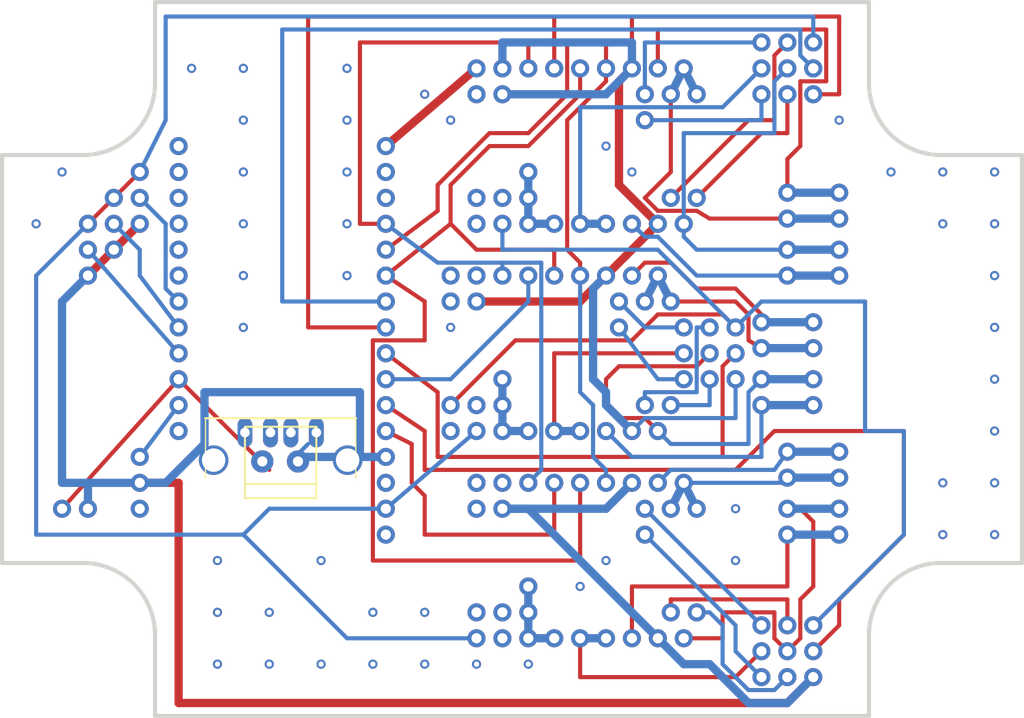
<source format=kicad_pcb>
(kicad_pcb (version 20220621) (generator pcbnew)
  (layers (0 "F.Cu" signal) (1 "In1.Cu" signal) (2 "In2.Cu" signal) (3 "In3.Cu" signal) (4 "In4.Cu" signal) (5 "In5.Cu" signal) (6 "In6.Cu" signal) (7 "In7.Cu" signal) (8 "In8.Cu" signal) (9 "In9.Cu" signal) (10 "In10.Cu" signal) (11 "In11.Cu" signal) (12 "In12.Cu" signal) (13 "In13.Cu" signal) (14 "In14.Cu" signal) (31 "B.Cu" signal) (34 "B.Paste" user) (35 "F.Paste" user) (36 "B.SilkS" user "B.Silkscreen") (37 "F.SilkS" user "F.Silkscreen") (38 "B.Mask" user) (39 "F.Mask" user) (44 "Edge.Cuts" user))
  (net 0 "")
  (net 1 "NC10")
  (net 2 "S$36")
  (net 3 "NC1")
  (net 4 "NC6")
  (net 5 "NC5")
  (net 6 "NC2")
  (net 7 "NC3")
  (net 8 "NC4")
  (net 9 "-FORCE_2")
  (net 10 "+FORCE_2")
  (net 11 "-RTD_3")
  (net 12 "-FORCE_3")
  (net 13 "+FORCE_3")
  (net 14 "+R_REF_3")
  (net 15 "S$7")
  (net 16 "-R_REF_3")
  (net 17 "+R_REF_2")
  (net 18 "-RTD_2")
  (net 19 "-FORCE_1")
  (net 20 "-RTD_1")
  (net 21 "+R_REF_1")
  (net 22 "+FORCE_1")
  (net 23 "SWITCH_ON")
  (net 24 "NC7")
  (net 25 "SWITCH_OFF")
  (net 26 "+5V_USB")
  (net 27 "SELECT_4W_1")
  (net 28 "S$6")
  (net 29 "SELECT_4W_2")
  (net 30 "S$9")
  (net 31 "SELECT_4W_3")
  (net 32 "NC8")
  (net 33 "SELECT_R_REF_1")
  (net 34 "+3.3V")
  (net 35 "SELECT_R_REF_3")
  (net 36 "S$17")
  (net 37 "R_REF_100_3")
  (net 38 "C_1000_3")
  (net 39 "C_100_3")
  (net 40 "+RTD_3")
  (net 41 "SELECT_R_REF_2")
  (net 42 "C_100_2")
  (net 43 "R_REF_100_2")
  (net 44 "-R_REF_2")
  (net 45 "R_REF_1000_2")
  (net 46 "C_1000_2")
  (net 47 "S$26")
  (net 48 "R_REF_1000_1")
  (net 49 "-R_REF_1")
  (net 50 "R_REF_100_1")
  (net 51 "C_100_1")
  (net 52 "C_1000_1")
  (net 53 "+RTD_1")
  (net 54 "NC9")
  (net 55 "S$3")
  (net 56 "+RTD_2")
  (net 57 "MOSI")
  (net 58 "GND")
  (net 59 "R_REF_1000_3")
  (net 60 "S$38")
  (net 61 "CS_3")
  (net 62 "SCLK")
  (footprint "" (layer "F.Cu") (at 183.1211 116.6356)
    (fp_text reference "@HOLE11" hide)
    (fp_text value "")
  )
  (footprint "" (layer "F.Cu") (at 180.5811 109.5236)
    (fp_text reference "@HOLE9" hide)
    (fp_text value "")
  )
  (footprint "" (layer "F.Cu") (at 180.5811 101.3956)
    (fp_text reference "@HOLE6" hide)
    (fp_text value "")
  )
  (footprint "" (layer "F.Cu") (at 183.1211 91.2356)
    (fp_text reference "@HOLE3" hide)
    (fp_text value "")
  )
  (footprint "TERMBLOCK_1X2-3.5MM" (layer "F.Cu") (at 125.7171 115.0456)
    (fp_text reference "X1" hide)
    (fp_text value "")
  )
  (footprint "" (layer "F.Cu") (at 183.1211 88.6956)
    (fp_text reference "@HOLE2" hide)
    (fp_text value "")
  )
  (footprint "USB_HOST-PTH" (layer "F.Cu") (at 125.8151 118.7286)
    (fp_text reference "CN1" hide)
    (fp_text value "USBA_FEMALE")
  )
  (footprint "" (layer "F.Cu") (at 188.5011 105.0036)
    (fp_text reference "@HOLE1" hide)
    (fp_text value "")
  )
  (footprint "" (layer "F.Cu") (at 183.1211 119.6836)
    (fp_text reference "@HOLE12" hide)
    (fp_text value "")
  )
  (footprint "" (layer "F.Cu") (at 183.1211 94.2836)
    (fp_text reference "@HOLE4" hide)
    (fp_text value "")
  )
  (footprint "" (layer "F.Cu") (at 183.1211 114.0956)
    (fp_text reference "@HOLE10" hide)
    (fp_text value "")
  )
  (footprint "" (layer "F.Cu") (at 180.5811 103.9356)
    (fp_text reference "@HOLE7" hide)
    (fp_text value "")
  )
  (footprint "" (layer "F.Cu") (at 180.5811 106.9836)
    (fp_text reference "@HOLE8" hide)
    (fp_text value "")
  )
  (footprint "" (layer "F.Cu") (at 183.1211 96.8236)
    (fp_text reference "@HOLE5" hide)
    (fp_text value "")
  )
  (footprint "" (layer "F.Cu") (at 108.5011 105.0036)
    (fp_text reference "@HOLE0" hide)
    (fp_text value "")
  )
  (footprint "" (layer "F.Cu") (at 183.1211 122.2236)
    (fp_text reference "@HOLE13" hide)
    (fp_text value "")
  )
  (gr_arc (start 113.501099 77.932535) (mid 111.430032 82.932533) (end 106.430034 85.0036) (stroke (width 0.4064)) (layer "Edge.Cuts"))
  (gr_line (start 198.5011 125.0036) (end 190.572165 125.0036) (stroke (width 0.4064)) (layer "Edge.Cuts"))
  (gr_arc (start 190.572163 85.0036) (mid 185.572166 82.932533) (end 183.5011 77.932535) (stroke (width 0.4064)) (layer "Edge.Cuts"))
  (gr_line (start 190.572165 85.0036) (end 198.5011 85.0036) (stroke (width 0.4064)) (layer "Edge.Cuts"))
  (gr_arc (start 106.430034 125.0036) (mid 111.430033 127.074667) (end 113.5011 132.074666) (stroke (width 0.4064)) (layer "Edge.Cuts"))
  (gr_line (start 183.5011 132.074666) (end 183.5011 140.0036) (stroke (width 0.4064)) (layer "Edge.Cuts"))
  (gr_arc (start 183.501099 132.074666) (mid 185.572166 127.074667) (end 190.572165 125.0036) (stroke (width 0.4064)) (layer "Edge.Cuts"))
  (gr_line (start 98.5011 125.0036) (end 98.5011 85.0036) (stroke (width 0.4064)) (layer "Edge.Cuts"))
  (gr_line (start 113.5011 70.0036) (end 183.5011 70.0036) (stroke (width 0.4064)) (layer "Edge.Cuts"))
  (gr_line (start 113.5011 140.0036) (end 113.5011 132.074666) (stroke (width 0.4064)) (layer "Edge.Cuts"))
  (gr_line (start 198.5011 125.0036) (end 198.5011 85.0036) (stroke (width 0.4064)) (layer "Edge.Cuts"))
  (gr_line (start 98.5011 85.0036) (end 106.430034 85.0036) (stroke (width 0.4064)) (layer "Edge.Cuts"))
  (gr_line (start 183.5011 140.0036) (end 113.5011 140.0036) (stroke (width 0.4064)) (layer "Edge.Cuts"))
  (gr_line (start 183.5011 70.0036) (end 183.5011 77.932535) (stroke (width 0.4064)) (layer "Edge.Cuts"))
  (gr_line (start 106.430034 125.0036) (end 98.5011 125.0036) (stroke (width 0.4064)) (layer "Edge.Cuts"))
  (gr_line (start 113.5011 77.932535) (end 113.5011 70.0036) (stroke (width 0.4064)) (layer "Edge.Cuts"))
  (via (at 136.1311 89.2036) (size 1.778) (drill 1) (layers "F.Cu" "B.Cu") (net 1))
  (via (at 136.1311 86.6636) (size 1.778) (drill 1) (layers "F.Cu" "B.Cu") (net 2))
  (via (at 115.8111 96.8236) (size 1.778) (drill 1) (layers "F.Cu" "B.Cu") (net 3))
  (via (at 115.8111 84.1236) (size 1.778) (drill 1) (layers "F.Cu" "B.Cu") (net 4))
  (via (at 115.8111 86.6636) (size 1.778) (drill 1) (layers "F.Cu" "B.Cu") (net 5))
  (via (at 115.8111 94.2836) (size 1.778) (drill 1) (layers "F.Cu" "B.Cu") (net 6))
  (via (at 115.8111 91.7436) (size 1.778) (drill 1) (layers "F.Cu" "B.Cu") (net 7))
  (via (at 115.8111 89.2036) (size 1.778) (drill 1) (layers "F.Cu" "B.Cu") (net 8))
  (segment (start 172.9611 100.6336) (end 172.9611 101.3956) (width 0.4064) (layer "F.Cu") (net 9))
  (segment (start 166.6111 98.0936) (end 170.4211 98.0936) (width 0.4064) (layer "F.Cu") (net 9))
  (segment (start 161.5311 95.5536) (end 164.0711 95.5536) (width 0.4064) (layer "F.Cu") (net 9))
  (segment (start 170.4211 98.0936) (end 172.9611 100.6336) (width 0.4064) (layer "F.Cu") (net 9))
  (segment (start 160.2611 96.8236) (end 161.5311 95.5536) (width 0.4064) (layer "F.Cu") (net 9))
  (segment (start 164.0711 95.5536) (end 166.6111 98.0936) (width 0.4064) (layer "F.Cu") (net 9))
  (via (at 160.2611 96.8236) (size 1.778) (drill 1) (layers "F.Cu" "B.Cu") (net 9))
  (via (at 178.0411 101.3956) (size 1.778) (drill 1) (layers "F.Cu" "B.Cu") (net 9))
  (via (at 172.9611 101.3956) (size 1.778) (drill 1) (layers "F.Cu" "B.Cu") (net 9))
  (segment (start 178.0411 101.3956) (end 172.9611 101.3956) (width 0.8128) (layer "B.Cu") (net 9))
  (via (at 172.9611 109.5236) (size 1.778) (drill 1) (layers "F.Cu" "B.Cu") (net 10))
  (via (at 157.7211 112.0636) (size 1.778) (drill 1) (layers "F.Cu" "B.Cu") (net 10))
  (via (at 178.0411 109.5236) (size 1.778) (drill 1) (layers "F.Cu" "B.Cu") (net 10))
  (segment (start 178.0411 109.5236) (end 172.9611 109.5236) (width 0.8128) (layer "B.Cu") (net 10))
  (segment (start 160.2611 114.6036) (end 172.9611 114.6036) (width 0.4064) (layer "B.Cu") (net 10))
  (segment (start 172.9611 114.6036) (end 172.9611 109.5236) (width 0.4064) (layer "B.Cu") (net 10))
  (segment (start 157.7211 112.0636) (end 160.2611 114.6036) (width 0.4064) (layer "B.Cu") (net 10))
  (segment (start 164.0711 79.0436) (end 164.0711 86.6636) (width 0.4064) (layer "F.Cu") (net 11))
  (segment (start 166.6111 90.4736) (end 167.8811 91.2356) (width 0.4064) (layer "F.Cu") (net 11))
  (segment (start 164.0711 86.6636) (end 161.5311 89.2036) (width 0.4064) (layer "F.Cu") (net 11))
  (segment (start 162.8011 90.4736) (end 166.6111 90.4736) (width 0.4064) (layer "F.Cu") (net 11))
  (segment (start 161.5311 89.2036) (end 162.8011 90.4736) (width 0.4064) (layer "F.Cu") (net 11))
  (segment (start 167.8811 91.2356) (end 175.5011 91.2356) (width 0.4064) (layer "F.Cu") (net 11))
  (via (at 175.5011 91.2356) (size 1.778) (drill 1) (layers "F.Cu" "B.Cu") (net 11))
  (via (at 165.3411 76.5036) (size 1.778) (drill 1) (layers "F.Cu" "B.Cu") (net 11))
  (via (at 180.5811 91.2356) (size 1.778) (drill 1) (layers "F.Cu" "B.Cu") (net 11))
  (via (at 164.0711 79.0436) (size 1.778) (drill 1) (layers "F.Cu" "B.Cu") (net 11))
  (segment (start 165.3411 76.5036) (end 164.0711 79.0436) (width 0.8128) (layer "B.Cu") (net 11))
  (segment (start 165.3411 76.5036) (end 166.6111 79.0436) (width 0.8128) (layer "B.Cu") (net 11))
  (segment (start 180.5811 91.2356) (end 175.5011 91.2356) (width 0.8128) (layer "B.Cu") (net 11))
  (segment (start 175.5011 85.3936) (end 176.7711 84.1236) (width 0.4064) (layer "F.Cu") (net 12))
  (segment (start 175.5011 88.6956) (end 175.5011 85.3936) (width 0.4064) (layer "F.Cu") (net 12))
  (segment (start 162.8011 72.6936) (end 162.8011 76.5036) (width 0.4064) (layer "F.Cu") (net 12))
  (segment (start 179.3111 77.7736) (end 179.3111 72.6936) (width 0.4064) (layer "F.Cu") (net 12))
  (segment (start 176.7711 84.1236) (end 176.7711 77.7736) (width 0.4064) (layer "F.Cu") (net 12))
  (segment (start 179.3111 72.6936) (end 162.8011 72.6936) (width 0.4064) (layer "F.Cu") (net 12))
  (segment (start 176.7711 77.7736) (end 179.3111 77.7736) (width 0.4064) (layer "F.Cu") (net 12))
  (via (at 180.5811 88.6956) (size 1.778) (drill 1) (layers "F.Cu" "B.Cu") (net 12))
  (via (at 175.5011 88.6956) (size 1.778) (drill 1) (layers "F.Cu" "B.Cu") (net 12))
  (via (at 162.8011 76.5036) (size 1.778) (drill 1) (layers "F.Cu" "B.Cu") (net 12))
  (segment (start 180.5811 88.6956) (end 175.5011 88.6956) (width 0.8128) (layer "B.Cu") (net 12))
  (via (at 180.5811 96.8236) (size 1.778) (drill 1) (layers "F.Cu" "B.Cu") (net 13))
  (via (at 175.5011 96.8236) (size 1.778) (drill 1) (layers "F.Cu" "B.Cu") (net 13))
  (via (at 160.2611 91.7436) (size 1.778) (drill 1) (layers "F.Cu" "B.Cu") (net 13))
  (segment (start 161.5311 93.0136) (end 162.8011 93.0136) (width 0.4064) (layer "B.Cu") (net 13))
  (segment (start 162.8011 93.0136) (end 166.6111 96.8236) (width 0.4064) (layer "B.Cu") (net 13))
  (segment (start 160.2611 91.7436) (end 161.5311 93.0136) (width 0.4064) (layer "B.Cu") (net 13))
  (segment (start 166.6111 96.8236) (end 175.5011 96.8236) (width 0.4064) (layer "B.Cu") (net 13))
  (segment (start 180.5811 96.8236) (end 175.5011 96.8236) (width 0.8128) (layer "B.Cu") (net 13))
  (via (at 150.1011 91.7436) (size 1.778) (drill 1) (layers "F.Cu" "B.Cu") (net 14))
  (via (at 152.6411 91.7436) (size 1.778) (drill 1) (layers "F.Cu" "B.Cu") (net 14))
  (via (at 150.1011 89.2036) (size 1.778) (drill 1) (layers "F.Cu" "B.Cu") (net 14))
  (segment (start 150.1011 89.2036) (end 150.1011 86.6636) (width 0.8128) (layer "B.Cu") (net 14))
  (segment (start 150.1011 91.7436) (end 152.6411 91.7436) (width 0.8128) (layer "B.Cu") (net 14))
  (segment (start 150.1011 91.7436) (end 150.1011 89.2036) (width 0.8128) (layer "B.Cu") (net 14))
  (via (at 150.1011 86.6636) (size 1.778) (drill 1) (layers "F.Cu" "B.Cu") (net 15))
  (via (at 155.1811 91.7436) (size 1.778) (drill 1) (layers "F.Cu" "B.Cu") (net 16))
  (via (at 172.9611 76.5036) (size 1.778) (drill 1) (layers "F.Cu" "B.Cu") (net 16))
  (via (at 157.7211 91.7436) (size 1.778) (drill 1) (layers "F.Cu" "B.Cu") (net 16))
  (segment (start 155.1811 80.3136) (end 155.1811 91.7436) (width 0.4064) (layer "B.Cu") (net 16))
  (segment (start 169.1511 80.3136) (end 155.1811 80.3136) (width 0.4064) (layer "B.Cu") (net 16))
  (segment (start 172.9611 76.5036) (end 169.1511 80.3136) (width 0.4064) (layer "B.Cu") (net 16))
  (segment (start 155.1811 91.7436) (end 157.7211 91.7436) (width 0.8128) (layer "B.Cu") (net 16))
  (via (at 147.5611 109.5236) (size 1.778) (drill 1) (layers "F.Cu" "B.Cu") (net 17))
  (via (at 147.5611 112.0636) (size 1.778) (drill 1) (layers "F.Cu" "B.Cu") (net 17))
  (via (at 147.5611 106.9836) (size 1.778) (drill 1) (layers "F.Cu" "B.Cu") (net 17))
  (via (at 150.1011 112.0636) (size 1.778) (drill 1) (layers "F.Cu" "B.Cu") (net 17))
  (segment (start 147.5611 112.0636) (end 150.1011 112.0636) (width 0.8128) (layer "B.Cu") (net 17))
  (segment (start 147.5611 109.5236) (end 147.5611 112.0636) (width 0.8128) (layer "B.Cu") (net 17))
  (segment (start 147.5611 106.9836) (end 147.5611 109.5236) (width 0.8128) (layer "B.Cu") (net 17))
  (segment (start 170.4211 99.3636) (end 171.6911 100.6336) (width 0.4064) (layer "F.Cu") (net 18))
  (segment (start 171.6911 100.6336) (end 171.6911 103.1736) (width 0.4064) (layer "F.Cu") (net 18))
  (segment (start 171.6911 103.1736) (end 172.9611 103.9356) (width 0.4064) (layer "F.Cu") (net 18))
  (segment (start 164.0711 99.3636) (end 170.4211 99.3636) (width 0.4064) (layer "F.Cu") (net 18))
  (via (at 164.0711 99.3636) (size 1.778) (drill 1) (layers "F.Cu" "B.Cu") (net 18))
  (via (at 172.9611 103.9356) (size 1.778) (drill 1) (layers "F.Cu" "B.Cu") (net 18))
  (via (at 162.8011 96.8236) (size 1.778) (drill 1) (layers "F.Cu" "B.Cu") (net 18))
  (via (at 161.5311 99.3636) (size 1.778) (drill 1) (layers "F.Cu" "B.Cu") (net 18))
  (via (at 178.0411 103.9356) (size 1.778) (drill 1) (layers "F.Cu" "B.Cu") (net 18))
  (segment (start 161.5311 99.3636) (end 162.8011 96.8236) (width 0.8128) (layer "B.Cu") (net 18))
  (segment (start 178.0411 103.9356) (end 172.9611 103.9356) (width 0.8128) (layer "B.Cu") (net 18))
  (segment (start 164.0711 99.3636) (end 162.8011 96.8236) (width 0.8128) (layer "B.Cu") (net 18))
  (via (at 175.5011 114.0956) (size 1.778) (drill 1) (layers "F.Cu" "B.Cu") (net 19))
  (via (at 162.8011 117.1436) (size 1.778) (drill 1) (layers "F.Cu" "B.Cu") (net 19))
  (via (at 180.5811 114.0956) (size 1.778) (drill 1) (layers "F.Cu" "B.Cu") (net 19))
  (segment (start 174.2311 115.8736) (end 175.5011 114.0956) (width 0.4064) (layer "B.Cu") (net 19))
  (segment (start 180.5811 114.0956) (end 175.5011 114.0956) (width 0.8128) (layer "B.Cu") (net 19))
  (segment (start 162.8011 117.1436) (end 164.0711 115.8736) (width 0.4064) (layer "B.Cu") (net 19))
  (segment (start 164.0711 115.8736) (end 174.2311 115.8736) (width 0.4064) (layer "B.Cu") (net 19))
  (via (at 180.5811 116.6356) (size 1.778) (drill 1) (layers "F.Cu" "B.Cu") (net 20))
  (via (at 164.0711 119.6836) (size 1.778) (drill 1) (layers "F.Cu" "B.Cu") (net 20))
  (via (at 175.5011 116.6356) (size 1.778) (drill 1) (layers "F.Cu" "B.Cu") (net 20))
  (via (at 165.3411 117.1436) (size 1.778) (drill 1) (layers "F.Cu" "B.Cu") (net 20))
  (segment (start 175.5011 117.1436) (end 175.5011 116.6356) (width 0.4064) (layer "B.Cu") (net 20))
  (segment (start 175.5011 116.6356) (end 180.5811 116.6356) (width 0.8128) (layer "B.Cu") (net 20))
  (segment (start 165.3411 117.1436) (end 164.0711 119.6836) (width 0.8128) (layer "B.Cu") (net 20))
  (segment (start 165.3411 117.1436) (end 175.5011 117.1436) (width 0.4064) (layer "B.Cu") (net 20))
  (segment (start 165.3411 117.1436) (end 166.6111 119.6836) (width 0.8128) (layer "B.Cu") (net 20))
  (via (at 150.1011 129.8436) (size 1.778) (drill 1) (layers "F.Cu" "B.Cu") (net 21))
  (via (at 150.1011 127.3036) (size 1.778) (drill 1) (layers "F.Cu" "B.Cu") (net 21))
  (via (at 152.6411 132.3836) (size 1.778) (drill 1) (layers "F.Cu" "B.Cu") (net 21))
  (via (at 150.1011 132.3836) (size 1.778) (drill 1) (layers "F.Cu" "B.Cu") (net 21))
  (segment (start 150.1011 127.3036) (end 150.1011 129.8436) (width 0.8128) (layer "B.Cu") (net 21))
  (segment (start 150.1011 132.3836) (end 152.6411 132.3836) (width 0.8128) (layer "B.Cu") (net 21))
  (segment (start 150.1011 129.8436) (end 150.1011 132.3836) (width 0.8128) (layer "B.Cu") (net 21))
  (segment (start 160.2611 132.3836) (end 160.2611 127.3036) (width 0.4064) (layer "F.Cu") (net 22))
  (segment (start 175.5011 127.3036) (end 175.5011 122.2236) (width 0.4064) (layer "F.Cu") (net 22))
  (segment (start 160.2611 127.3036) (end 175.5011 127.3036) (width 0.4064) (layer "F.Cu") (net 22))
  (via (at 175.5011 122.2236) (size 1.778) (drill 1) (layers "F.Cu" "B.Cu") (net 22))
  (via (at 180.5811 122.2236) (size 1.778) (drill 1) (layers "F.Cu" "B.Cu") (net 22))
  (via (at 160.2611 132.3836) (size 1.778) (drill 1) (layers "F.Cu" "B.Cu") (net 22))
  (segment (start 175.5011 122.2236) (end 180.5811 122.2236) (width 0.8128) (layer "B.Cu") (net 22))
  (via (at 112.0011 119.6836) (size 1.778) (drill 1) (layers "F.Cu" "B.Cu") (net 23))
  (via (at 115.8111 112.0636) (size 1.778) (drill 1) (layers "F.Cu" "B.Cu") (net 24))
  (via (at 115.8111 109.5236) (size 1.778) (drill 1) (layers "F.Cu" "B.Cu") (net 25))
  (via (at 112.0011 114.6036) (size 1.778) (drill 1) (layers "F.Cu" "B.Cu") (net 25))
  (segment (start 115.8111 109.5236) (end 112.0011 114.6036) (width 0.4064) (layer "B.Cu") (net 25))
  (segment (start 115.8111 106.9836) (end 104.3811 119.6836) (width 0.4064) (layer "F.Cu") (net 26))
  (segment (start 124.7011 115.8736) (end 115.8111 106.9836) (width 0.4064) (layer "F.Cu") (net 26))
  (via (at 115.8111 106.9836) (size 1.778) (drill 1) (layers "F.Cu" "B.Cu") (net 26))
  (via (at 104.3811 119.6836) (size 1.778) (drill 1) (layers "F.Cu" "B.Cu") (net 26))
  (via (at 115.8111 104.4436) (size 1.778) (drill 1) (layers "F.Cu" "B.Cu") (net 27))
  (via (at 106.9211 94.2836) (size 1.778) (drill 1) (layers "F.Cu" "B.Cu") (net 27))
  (segment (start 106.9211 94.2836) (end 115.8111 104.4436) (width 0.4064) (layer "B.Cu") (net 27))
  (via (at 109.4611 94.2836) (size 1.778) (drill 1) (layers "F.Cu" "B.Cu") (net 28))
  (via (at 115.8111 101.9036) (size 1.778) (drill 1) (layers "F.Cu" "B.Cu") (net 29))
  (via (at 109.4611 91.7436) (size 1.778) (drill 1) (layers "F.Cu" "B.Cu") (net 29))
  (segment (start 112.0011 94.2836) (end 112.0011 96.8236) (width 0.4064) (layer "B.Cu") (net 29))
  (segment (start 112.0011 96.8236) (end 115.8111 101.9036) (width 0.4064) (layer "B.Cu") (net 29))
  (segment (start 109.4611 91.7436) (end 112.0011 94.2836) (width 0.4064) (layer "B.Cu") (net 29))
  (via (at 109.4611 89.2036) (size 1.778) (drill 1) (layers "F.Cu" "B.Cu") (net 30))
  (via (at 112.0011 89.2036) (size 1.778) (drill 1) (layers "F.Cu" "B.Cu") (net 31))
  (via (at 115.8111 99.3636) (size 1.778) (drill 1) (layers "F.Cu" "B.Cu") (net 31))
  (segment (start 115.8111 99.3636) (end 114.5411 98.0936) (width 0.4064) (layer "B.Cu") (net 31))
  (segment (start 114.5411 91.7436) (end 112.0011 89.2036) (width 0.4064) (layer "B.Cu") (net 31))
  (segment (start 114.5411 98.0936) (end 114.5411 91.7436) (width 0.4064) (layer "B.Cu") (net 31))
  (via (at 136.1311 122.2236) (size 1.778) (drill 1) (layers "F.Cu" "B.Cu") (net 32))
  (segment (start 180.5811 128.5736) (end 186.9311 122.2236) (width 0.4064) (layer "F.Cu") (net 33))
  (segment (start 170.4211 115.8736) (end 139.9411 115.8736) (width 0.4064) (layer "F.Cu") (net 33))
  (segment (start 139.9411 112.0636) (end 136.1311 109.5236) (width 0.4064) (layer "F.Cu") (net 33))
  (segment (start 178.0411 133.6536) (end 180.5811 131.1136) (width 0.4064) (layer "F.Cu") (net 33))
  (segment (start 139.9411 115.8736) (end 139.9411 112.0636) (width 0.4064) (layer "F.Cu") (net 33))
  (segment (start 186.9311 112.0636) (end 174.2311 112.0636) (width 0.4064) (layer "F.Cu") (net 33))
  (segment (start 174.2311 112.0636) (end 170.4211 115.8736) (width 0.4064) (layer "F.Cu") (net 33))
  (segment (start 186.9311 122.2236) (end 186.9311 112.0636) (width 0.4064) (layer "F.Cu") (net 33))
  (segment (start 180.5811 131.1136) (end 180.5811 128.5736) (width 0.4064) (layer "F.Cu") (net 33))
  (via (at 178.0411 133.6536) (size 1.778) (drill 1) (layers "F.Cu" "B.Cu") (net 33))
  (via (at 136.1311 109.5236) (size 1.778) (drill 1) (layers "F.Cu" "B.Cu") (net 33))
  (segment (start 106.9211 91.7436) (end 112.0011 86.6636) (width 0.4064) (layer "F.Cu") (net 34))
  (segment (start 169.1511 100.6336) (end 162.8011 100.6336) (width 0.4064) (layer "F.Cu") (net 34))
  (segment (start 170.4211 101.9036) (end 169.1511 100.6336) (width 0.4064) (layer "F.Cu") (net 34))
  (segment (start 148.8311 103.1736) (end 142.4811 109.5236) (width 0.4064) (layer "F.Cu") (net 34))
  (segment (start 162.8011 100.6336) (end 160.2611 103.1736) (width 0.4064) (layer "F.Cu") (net 34))
  (segment (start 160.2611 103.1736) (end 148.8311 103.1736) (width 0.4064) (layer "F.Cu") (net 34))
  (via (at 178.0411 131.1136) (size 1.778) (drill 1) (layers "F.Cu" "B.Cu") (net 34))
  (via (at 145.0211 91.7436) (size 1.778) (drill 1) (layers "F.Cu" "B.Cu") (net 34))
  (via (at 145.0211 89.2036) (size 1.778) (drill 1) (layers "F.Cu" "B.Cu") (net 34))
  (via (at 147.5611 129.8436) (size 1.778) (drill 1) (layers "F.Cu" "B.Cu") (net 34))
  (via (at 142.4811 109.5236) (size 1.778) (drill 1) (layers "F.Cu" "B.Cu") (net 34))
  (via (at 147.5611 91.7436) (size 1.778) (drill 1) (layers "F.Cu" "B.Cu") (net 34))
  (via (at 142.4811 112.0636) (size 1.778) (drill 1) (layers "F.Cu" "B.Cu") (net 34))
  (via (at 147.5611 89.2036) (size 1.778) (drill 1) (layers "F.Cu" "B.Cu") (net 34))
  (via (at 112.0011 86.6636) (size 1.778) (drill 1) (layers "F.Cu" "B.Cu") (net 34))
  (via (at 170.4211 101.9036) (size 1.778) (drill 1) (layers "F.Cu" "B.Cu") (net 34))
  (via (at 178.0411 73.9636) (size 1.778) (drill 1) (layers "F.Cu" "B.Cu") (net 34))
  (via (at 145.0211 129.8436) (size 1.778) (drill 1) (layers "F.Cu" "B.Cu") (net 34))
  (via (at 145.0211 112.0636) (size 1.778) (drill 1) (layers "F.Cu" "B.Cu") (net 34))
  (via (at 145.0211 109.5236) (size 1.778) (drill 1) (layers "F.Cu" "B.Cu") (net 34))
  (via (at 106.9211 91.7436) (size 1.778) (drill 1) (layers "F.Cu" "B.Cu") (net 34))
  (via (at 136.1311 119.6836) (size 1.778) (drill 1) (layers "F.Cu" "B.Cu") (net 34))
  (via (at 147.5611 132.3836) (size 1.778) (drill 1) (layers "F.Cu" "B.Cu") (net 34))
  (via (at 145.0211 132.3836) (size 1.778) (drill 1) (layers "F.Cu" "B.Cu") (net 34))
  (segment (start 147.5611 94.2836) (end 147.5611 91.7436) (width 0.4064) (layer "B.Cu") (net 34))
  (segment (start 114.5411 81.5836) (end 114.5411 71.4236) (width 0.4064) (layer "B.Cu") (net 34))
  (segment (start 186.9311 112.0636) (end 186.9311 122.2236) (width 0.4064) (layer "B.Cu") (net 34))
  (segment (start 101.8411 122.2236) (end 101.8411 96.8236) (width 0.4064) (layer "B.Cu") (net 34))
  (segment (start 112.0011 86.6636) (end 114.5411 81.5836) (width 0.4064) (layer "B.Cu") (net 34))
  (segment (start 178.0411 131.1136) (end 186.9311 122.2236) (width 0.4064) (layer "B.Cu") (net 34))
  (segment (start 183.1211 112.0636) (end 183.1211 99.3636) (width 0.4064) (layer "B.Cu") (net 34))
  (segment (start 122.1611 122.2236) (end 101.8411 122.2236) (width 0.4064) (layer "B.Cu") (net 34))
  (segment (start 145.0211 132.3836) (end 132.3211 132.3836) (width 0.4064) (layer "B.Cu") (net 34))
  (segment (start 186.9311 112.0636) (end 183.1211 112.0636) (width 0.4064) (layer "B.Cu") (net 34))
  (segment (start 114.5411 71.4236) (end 178.0411 71.4236) (width 0.4064) (layer "B.Cu") (net 34))
  (segment (start 178.0411 71.4236) (end 178.0411 73.9636) (width 0.4064) (layer "B.Cu") (net 34))
  (segment (start 183.1211 99.3636) (end 172.9611 99.3636) (width 0.4064) (layer "B.Cu") (net 34))
  (segment (start 132.3211 132.3836) (end 122.1611 122.2236) (width 0.4064) (layer "B.Cu") (net 34))
  (segment (start 101.8411 96.8236) (end 106.9211 91.7436) (width 0.4064) (layer "B.Cu") (net 34))
  (segment (start 170.4211 101.9036) (end 162.8011 94.2836) (width 0.4064) (layer "B.Cu") (net 34))
  (segment (start 162.8011 94.2836) (end 147.5611 94.2836) (width 0.4064) (layer "B.Cu") (net 34))
  (segment (start 136.1311 119.6836) (end 145.0211 112.0636) (width 0.4064) (layer "B.Cu") (net 34))
  (segment (start 172.9611 99.3636) (end 170.4211 101.9036) (width 0.4064) (layer "B.Cu") (net 34))
  (segment (start 136.1311 119.6836) (end 124.7011 119.6836) (width 0.4064) (layer "B.Cu") (net 34))
  (segment (start 124.7011 119.6836) (end 122.1611 122.2236) (width 0.4064) (layer "B.Cu") (net 34))
  (via (at 178.0411 76.5036) (size 1.778) (drill 1) (layers "F.Cu" "B.Cu") (net 35))
  (via (at 178.0411 76.5036) (size 1.778) (drill 1) (layers "F.Cu" "B.Cu") (net 35))
  (via (at 136.1311 99.3636) (size 1.778) (drill 1) (layers "F.Cu" "B.Cu") (net 35))
  (segment (start 178.0411 76.5036) (end 176.7711 75.2336) (width 0.4064) (layer "B.Cu") (net 35))
  (segment (start 125.9711 72.6936) (end 125.9711 99.3636) (width 0.4064) (layer "B.Cu") (net 35))
  (segment (start 176.7711 72.6936) (end 125.9711 72.6936) (width 0.4064) (layer "B.Cu") (net 35))
  (segment (start 125.9711 99.3636) (end 136.1311 99.3636) (width 0.4064) (layer "B.Cu") (net 35))
  (segment (start 176.7711 75.2336) (end 176.7711 72.6936) (width 0.4064) (layer "B.Cu") (net 35))
  (via (at 166.6111 79.0436) (size 1.778) (drill 1) (layers "F.Cu" "B.Cu") (net 36))
  (via (at 172.9611 79.0436) (size 1.778) (drill 1) (layers "F.Cu" "B.Cu") (net 37))
  (via (at 161.5311 81.5836) (size 1.778) (drill 1) (layers "F.Cu" "B.Cu") (net 37))
  (segment (start 161.5311 81.5836) (end 172.9611 81.5836) (width 0.4064) (layer "B.Cu") (net 37))
  (segment (start 172.9611 81.5836) (end 172.9611 79.0436) (width 0.4064) (layer "B.Cu") (net 37))
  (segment (start 174.2311 75.2336) (end 175.5011 73.9636) (width 0.4064) (layer "F.Cu") (net 38))
  (segment (start 174.2311 81.5836) (end 174.2311 75.2336) (width 0.4064) (layer "F.Cu") (net 38))
  (segment (start 164.0711 89.2036) (end 171.6911 81.5836) (width 0.4064) (layer "F.Cu") (net 38))
  (segment (start 171.6911 81.5836) (end 174.2311 81.5836) (width 0.4064) (layer "F.Cu") (net 38))
  (via (at 164.0711 89.2036) (size 1.778) (drill 1) (layers "F.Cu" "B.Cu") (net 38))
  (via (at 175.5011 73.9636) (size 1.778) (drill 1) (layers "F.Cu" "B.Cu") (net 38))
  (segment (start 172.9611 82.8536) (end 175.5011 82.8536) (width 0.4064) (layer "F.Cu") (net 39))
  (segment (start 175.5011 82.8536) (end 175.5011 79.0436) (width 0.4064) (layer "F.Cu") (net 39))
  (segment (start 166.6111 89.2036) (end 172.9611 82.8536) (width 0.4064) (layer "F.Cu") (net 39))
  (via (at 175.5011 79.0436) (size 1.778) (drill 1) (layers "F.Cu" "B.Cu") (net 39))
  (via (at 166.6111 89.2036) (size 1.778) (drill 1) (layers "F.Cu" "B.Cu") (net 39))
  (via (at 175.5011 76.5036) (size 1.778) (drill 1) (layers "F.Cu" "B.Cu") (net 40))
  (via (at 180.5811 94.2836) (size 1.778) (drill 1) (layers "F.Cu" "B.Cu") (net 40))
  (via (at 165.3411 91.7436) (size 1.778) (drill 1) (layers "F.Cu" "B.Cu") (net 40))
  (via (at 175.5011 94.2836) (size 1.778) (drill 1) (layers "F.Cu" "B.Cu") (net 40))
  (segment (start 165.3411 93.0136) (end 166.6111 94.2836) (width 0.4064) (layer "B.Cu") (net 40))
  (segment (start 180.5811 94.2836) (end 175.5011 94.2836) (width 0.8128) (layer "B.Cu") (net 40))
  (segment (start 165.3411 82.8536) (end 165.3411 91.7436) (width 0.4064) (layer "B.Cu") (net 40))
  (segment (start 174.2311 77.7736) (end 174.2311 82.8536) (width 0.4064) (layer "B.Cu") (net 40))
  (segment (start 166.6111 94.2836) (end 175.5011 94.2836) (width 0.4064) (layer "B.Cu") (net 40))
  (segment (start 175.5011 76.5036) (end 174.2311 77.7736) (width 0.4064) (layer "B.Cu") (net 40))
  (segment (start 165.3411 91.7436) (end 165.3411 93.0136) (width 0.4064) (layer "B.Cu") (net 40))
  (segment (start 174.2311 82.8536) (end 165.3411 82.8536) (width 0.4064) (layer "B.Cu") (net 40))
  (segment (start 169.1511 105.7136) (end 169.1511 114.6036) (width 0.4064) (layer "F.Cu") (net 41))
  (segment (start 141.2111 114.6036) (end 141.2111 108.2536) (width 0.4064) (layer "F.Cu") (net 41))
  (segment (start 169.1511 114.6036) (end 141.2111 114.6036) (width 0.4064) (layer "F.Cu") (net 41))
  (segment (start 141.2111 108.2536) (end 136.1311 104.4436) (width 0.4064) (layer "F.Cu") (net 41))
  (segment (start 170.4211 104.4436) (end 169.1511 105.7136) (width 0.4064) (layer "F.Cu") (net 41))
  (via (at 170.4211 104.4436) (size 1.778) (drill 1) (layers "F.Cu" "B.Cu") (net 41))
  (via (at 136.1311 104.4436) (size 1.778) (drill 1) (layers "F.Cu" "B.Cu") (net 41))
  (via (at 170.4211 104.4436) (size 1.778) (drill 1) (layers "F.Cu" "B.Cu") (net 41))
  (via (at 164.0711 109.5236) (size 1.778) (drill 1) (layers "F.Cu" "B.Cu") (net 42))
  (via (at 167.8811 106.9836) (size 1.778) (drill 1) (layers "F.Cu" "B.Cu") (net 42))
  (segment (start 167.8811 109.5236) (end 167.8811 106.9836) (width 0.4064) (layer "B.Cu") (net 42))
  (segment (start 164.0711 109.5236) (end 167.8811 109.5236) (width 0.4064) (layer "B.Cu") (net 42))
  (via (at 158.9911 101.9036) (size 1.778) (drill 1) (layers "F.Cu" "B.Cu") (net 43))
  (via (at 165.3411 106.9836) (size 1.778) (drill 1) (layers "F.Cu" "B.Cu") (net 43))
  (segment (start 158.9911 101.9036) (end 162.8011 106.9836) (width 0.4064) (layer "B.Cu") (net 43))
  (segment (start 162.8011 106.9836) (end 165.3411 106.9836) (width 0.4064) (layer "B.Cu") (net 43))
  (segment (start 165.3411 104.4436) (end 152.6411 104.4436) (width 0.4064) (layer "F.Cu") (net 44))
  (segment (start 152.6411 104.4436) (end 152.6411 112.0636) (width 0.4064) (layer "F.Cu") (net 44))
  (via (at 152.6411 112.0636) (size 1.778) (drill 1) (layers "F.Cu" "B.Cu") (net 44))
  (via (at 165.3411 104.4436) (size 1.778) (drill 1) (layers "F.Cu" "B.Cu") (net 44))
  (via (at 155.1811 112.0636) (size 1.778) (drill 1) (layers "F.Cu" "B.Cu") (net 44))
  (segment (start 152.6411 112.0636) (end 155.1811 112.0636) (width 0.8128) (layer "B.Cu") (net 44))
  (via (at 158.9911 99.3636) (size 1.778) (drill 1) (layers "F.Cu" "B.Cu") (net 45))
  (via (at 165.3411 101.9036) (size 1.778) (drill 1) (layers "F.Cu" "B.Cu") (net 45))
  (segment (start 158.9911 99.3636) (end 161.5311 101.9036) (width 0.4064) (layer "B.Cu") (net 45))
  (segment (start 161.5311 101.9036) (end 165.3411 101.9036) (width 0.4064) (layer "B.Cu") (net 45))
  (via (at 161.5311 109.5236) (size 1.778) (drill 1) (layers "F.Cu" "B.Cu") (net 46))
  (via (at 167.8811 101.9036) (size 1.778) (drill 1) (layers "F.Cu" "B.Cu") (net 46))
  (segment (start 161.5311 108.2536) (end 166.6111 108.2536) (width 0.4064) (layer "B.Cu") (net 46))
  (segment (start 161.5311 109.5236) (end 161.5311 108.2536) (width 0.4064) (layer "B.Cu") (net 46))
  (segment (start 166.6111 108.2536) (end 166.6111 101.9036) (width 0.4064) (layer "B.Cu") (net 46))
  (segment (start 166.6111 101.9036) (end 167.8811 101.9036) (width 0.4064) (layer "B.Cu") (net 46))
  (via (at 166.6111 119.6836) (size 1.778) (drill 1) (layers "F.Cu" "B.Cu") (net 47))
  (via (at 161.5311 119.6836) (size 1.778) (drill 1) (layers "F.Cu" "B.Cu") (net 48))
  (via (at 172.9611 131.1136) (size 1.778) (drill 1) (layers "F.Cu" "B.Cu") (net 48))
  (segment (start 161.5311 119.6836) (end 172.9611 131.1136) (width 0.4064) (layer "B.Cu") (net 48))
  (segment (start 172.9611 133.6536) (end 170.4211 136.1936) (width 0.4064) (layer "F.Cu") (net 49))
  (segment (start 170.4211 136.1936) (end 155.1811 136.1936) (width 0.4064) (layer "F.Cu") (net 49))
  (segment (start 155.1811 136.1936) (end 155.1811 132.3836) (width 0.4064) (layer "F.Cu") (net 49))
  (via (at 155.1811 132.3836) (size 1.778) (drill 1) (layers "F.Cu" "B.Cu") (net 49))
  (via (at 172.9611 133.6536) (size 1.778) (drill 1) (layers "F.Cu" "B.Cu") (net 49))
  (via (at 157.7211 132.3836) (size 1.778) (drill 1) (layers "F.Cu" "B.Cu") (net 49))
  (segment (start 157.7211 132.3836) (end 155.1811 132.3836) (width 0.8128) (layer "B.Cu") (net 49))
  (via (at 161.5311 122.2236) (size 1.778) (drill 1) (layers "F.Cu" "B.Cu") (net 50))
  (via (at 172.9611 136.1936) (size 1.778) (drill 1) (layers "F.Cu" "B.Cu") (net 50))
  (segment (start 170.4211 133.6536) (end 172.9611 136.1936) (width 0.4064) (layer "B.Cu") (net 50))
  (segment (start 161.5311 122.2236) (end 170.4211 131.1136) (width 0.4064) (layer "B.Cu") (net 50))
  (segment (start 170.4211 131.1136) (end 170.4211 133.6536) (width 0.4064) (layer "B.Cu") (net 50))
  (via (at 166.6111 129.8436) (size 1.778) (drill 1) (layers "F.Cu" "B.Cu") (net 51))
  (via (at 175.5011 136.1936) (size 1.778) (drill 1) (layers "F.Cu" "B.Cu") (net 51))
  (segment (start 171.6911 137.4636) (end 174.2311 137.4636) (width 0.4064) (layer "B.Cu") (net 51))
  (segment (start 169.1511 134.9236) (end 171.6911 137.4636) (width 0.4064) (layer "B.Cu") (net 51))
  (segment (start 166.6111 129.8436) (end 167.8811 129.8436) (width 0.4064) (layer "B.Cu") (net 51))
  (segment (start 174.2311 137.4636) (end 175.5011 136.1936) (width 0.4064) (layer "B.Cu") (net 51))
  (segment (start 169.1511 131.1136) (end 169.1511 134.9236) (width 0.4064) (layer "B.Cu") (net 51))
  (segment (start 167.8811 129.8436) (end 169.1511 131.1136) (width 0.4064) (layer "B.Cu") (net 51))
  (segment (start 164.0711 129.8436) (end 164.0711 128.5736) (width 0.4064) (layer "F.Cu") (net 52))
  (segment (start 175.5011 128.5736) (end 175.5011 131.1136) (width 0.4064) (layer "F.Cu") (net 52))
  (segment (start 164.0711 128.5736) (end 175.5011 128.5736) (width 0.4064) (layer "F.Cu") (net 52))
  (via (at 175.5011 131.1136) (size 1.778) (drill 1) (layers "F.Cu" "B.Cu") (net 52))
  (via (at 164.0711 129.8436) (size 1.778) (drill 1) (layers "F.Cu" "B.Cu") (net 52))
  (segment (start 169.1511 132.3836) (end 165.3411 132.3836) (width 0.4064) (layer "F.Cu") (net 53))
  (segment (start 178.0411 127.3036) (end 176.7711 128.5736) (width 0.4064) (layer "F.Cu") (net 53))
  (segment (start 174.2311 129.8436) (end 169.1511 129.8436) (width 0.4064) (layer "F.Cu") (net 53))
  (segment (start 176.7711 119.6836) (end 178.0411 120.9536) (width 0.4064) (layer "F.Cu") (net 53))
  (segment (start 175.5011 119.6836) (end 176.7711 119.6836) (width 0.4064) (layer "F.Cu") (net 53))
  (segment (start 174.2311 132.3836) (end 174.2311 129.8436) (width 0.4064) (layer "F.Cu") (net 53))
  (segment (start 176.7711 132.3836) (end 175.5011 133.6536) (width 0.4064) (layer "F.Cu") (net 53))
  (segment (start 175.5011 133.6536) (end 174.2311 132.3836) (width 0.4064) (layer "F.Cu") (net 53))
  (segment (start 176.7711 128.5736) (end 176.7711 132.3836) (width 0.4064) (layer "F.Cu") (net 53))
  (segment (start 178.0411 120.9536) (end 178.0411 127.3036) (width 0.4064) (layer "F.Cu") (net 53))
  (segment (start 169.1511 129.8436) (end 169.1511 132.3836) (width 0.4064) (layer "F.Cu") (net 53))
  (via (at 165.3411 132.3836) (size 1.778) (drill 1) (layers "F.Cu" "B.Cu") (net 53))
  (via (at 175.5011 119.6836) (size 1.778) (drill 1) (layers "F.Cu" "B.Cu") (net 53))
  (via (at 175.5011 133.6536) (size 1.778) (drill 1) (layers "F.Cu" "B.Cu") (net 53))
  (via (at 180.5811 119.6836) (size 1.778) (drill 1) (layers "F.Cu" "B.Cu") (net 53))
  (segment (start 180.5811 119.6836) (end 175.5011 119.6836) (width 0.8128) (layer "B.Cu") (net 53))
  (via (at 136.1311 117.1436) (size 1.778) (drill 1) (layers "F.Cu" "B.Cu") (net 54))
  (segment (start 152.6411 117.1436) (end 152.6411 122.2236) (width 0.4064) (layer "F.Cu") (net 55))
  (segment (start 139.9411 122.2236) (end 139.9411 118.4136) (width 0.4064) (layer "F.Cu") (net 55))
  (segment (start 138.6711 113.3336) (end 136.1311 112.0636) (width 0.4064) (layer "F.Cu") (net 55))
  (segment (start 138.6711 117.1436) (end 138.6711 113.3336) (width 0.4064) (layer "F.Cu") (net 55))
  (segment (start 139.9411 118.4136) (end 138.6711 117.1436) (width 0.4064) (layer "F.Cu") (net 55))
  (segment (start 152.6411 122.2236) (end 139.9411 122.2236) (width 0.4064) (layer "F.Cu") (net 55))
  (via (at 152.6411 117.1436) (size 1.778) (drill 1) (layers "F.Cu" "B.Cu") (net 55))
  (via (at 136.1311 112.0636) (size 1.778) (drill 1) (layers "F.Cu" "B.Cu") (net 55))
  (segment (start 157.7211 106.9836) (end 157.7211 109.5236) (width 0.4064) (layer "F.Cu") (net 56))
  (segment (start 157.7211 109.5236) (end 158.9911 110.7936) (width 0.4064) (layer "F.Cu") (net 56))
  (segment (start 158.9911 110.7936) (end 161.5311 110.7936) (width 0.4064) (layer "F.Cu") (net 56))
  (segment (start 161.5311 110.7936) (end 162.8011 112.0636) (width 0.4064) (layer "F.Cu") (net 56))
  (segment (start 166.6111 105.7136) (end 158.9911 105.7136) (width 0.4064) (layer "F.Cu") (net 56))
  (segment (start 158.9911 105.7136) (end 157.7211 106.9836) (width 0.4064) (layer "F.Cu") (net 56))
  (segment (start 167.8811 104.4436) (end 166.6111 105.7136) (width 0.4064) (layer "F.Cu") (net 56))
  (via (at 167.8811 104.4436) (size 1.778) (drill 1) (layers "F.Cu" "B.Cu") (net 56))
  (via (at 172.9611 106.9836) (size 1.778) (drill 1) (layers "F.Cu" "B.Cu") (net 56))
  (via (at 178.0411 106.9836) (size 1.778) (drill 1) (layers "F.Cu" "B.Cu") (net 56))
  (via (at 162.8011 112.0636) (size 1.778) (drill 1) (layers "F.Cu" "B.Cu") (net 56))
  (segment (start 164.0711 113.3336) (end 171.6911 113.3336) (width 0.4064) (layer "B.Cu") (net 56))
  (segment (start 171.6911 113.3336) (end 171.6911 108.2536) (width 0.4064) (layer "B.Cu") (net 56))
  (segment (start 162.8011 112.0636) (end 164.0711 113.3336) (width 0.4064) (layer "B.Cu") (net 56))
  (segment (start 178.0411 106.9836) (end 172.9611 106.9836) (width 0.8128) (layer "B.Cu") (net 56))
  (segment (start 171.6911 108.2536) (end 172.9611 106.9836) (width 0.4064) (layer "B.Cu") (net 56))
  (segment (start 153.9111 94.2836) (end 153.9111 81.5836) (width 0.4064) (layer "F.Cu") (net 57))
  (segment (start 141.2111 87.9336) (end 141.2111 90.4736) (width 0.4064) (layer "F.Cu") (net 57))
  (segment (start 141.2111 90.4736) (end 136.1311 94.2836) (width 0.4064) (layer "F.Cu") (net 57))
  (segment (start 157.7211 73.9636) (end 153.9111 73.9636) (width 0.4064) (layer "F.Cu") (net 57))
  (segment (start 157.7211 77.7736) (end 157.7211 76.5036) (width 0.4064) (layer "F.Cu") (net 57))
  (segment (start 153.9111 81.5836) (end 157.7211 77.7736) (width 0.4064) (layer "F.Cu") (net 57))
  (segment (start 150.1011 82.8536) (end 146.2911 82.8536) (width 0.4064) (layer "F.Cu") (net 57))
  (segment (start 157.7211 76.5036) (end 157.7211 73.9636) (width 0.4064) (layer "F.Cu") (net 57))
  (segment (start 155.1811 95.5536) (end 153.9111 94.2836) (width 0.4064) (layer "F.Cu") (net 57))
  (segment (start 146.2911 82.8536) (end 141.2111 87.9336) (width 0.4064) (layer "F.Cu") (net 57))
  (segment (start 153.9111 79.0436) (end 150.1011 82.8536) (width 0.4064) (layer "F.Cu") (net 57))
  (segment (start 153.9111 73.9636) (end 153.9111 79.0436) (width 0.4064) (layer "F.Cu") (net 57))
  (segment (start 155.1811 96.8236) (end 155.1811 95.5536) (width 0.4064) (layer "F.Cu") (net 57))
  (via (at 157.7211 76.5036) (size 1.778) (drill 1) (layers "F.Cu" "B.Cu") (net 57))
  (via (at 157.7211 117.1436) (size 1.778) (drill 1) (layers "F.Cu" "B.Cu") (net 57))
  (via (at 155.1811 96.8236) (size 1.778) (drill 1) (layers "F.Cu" "B.Cu") (net 57))
  (via (at 136.1311 94.2836) (size 1.778) (drill 1) (layers "F.Cu" "B.Cu") (net 57))
  (segment (start 155.1811 108.2536) (end 155.1811 96.8236) (width 0.4064) (layer "B.Cu") (net 57))
  (segment (start 156.4511 109.5236) (end 155.1811 108.2536) (width 0.4064) (layer "B.Cu") (net 57))
  (segment (start 157.7211 117.1436) (end 157.7211 115.8736) (width 0.4064) (layer "B.Cu") (net 57))
  (segment (start 157.7211 115.8736) (end 156.4511 114.6036) (width 0.4064) (layer "B.Cu") (net 57))
  (segment (start 156.4511 114.6036) (end 156.4511 109.5236) (width 0.4064) (layer "B.Cu") (net 57))
  (segment (start 158.9911 77.7736) (end 160.2611 76.5036) (width 0.8128) (layer "F.Cu") (net 58))
  (segment (start 157.7211 96.8236) (end 155.1811 99.3636) (width 0.8128) (layer "F.Cu") (net 58))
  (segment (start 145.0211 76.5036) (end 136.1311 84.1236) (width 0.8128) (layer "F.Cu") (net 58))
  (segment (start 160.2611 76.5036) (end 160.2611 71.4236) (width 0.4064) (layer "F.Cu") (net 58))
  (segment (start 175.5011 138.7336) (end 115.8111 138.7336) (width 0.8128) (layer "F.Cu") (net 58))
  (segment (start 155.1811 99.3636) (end 145.0211 99.3636) (width 0.8128) (layer "F.Cu") (net 58))
  (segment (start 160.2611 71.4236) (end 180.5811 71.4236) (width 0.4064) (layer "F.Cu") (net 58))
  (segment (start 157.7211 96.8236) (end 162.8011 91.7436) (width 0.8128) (layer "F.Cu") (net 58))
  (segment (start 158.9911 87.9336) (end 158.9911 77.7736) (width 0.8128) (layer "F.Cu") (net 58))
  (segment (start 180.5811 79.0436) (end 178.0411 79.0436) (width 0.4064) (layer "F.Cu") (net 58))
  (segment (start 106.9211 96.8236) (end 112.0011 91.7436) (width 0.8128) (layer "F.Cu") (net 58))
  (segment (start 115.8111 117.1436) (end 112.0011 117.1436) (width 0.8128) (layer "F.Cu") (net 58))
  (segment (start 115.8111 138.7336) (end 115.8111 117.1436) (width 0.8128) (layer "F.Cu") (net 58))
  (segment (start 180.5811 71.4236) (end 180.5811 79.0436) (width 0.4064) (layer "F.Cu") (net 58))
  (segment (start 178.0411 136.1936) (end 175.5011 138.7336) (width 0.8128) (layer "F.Cu") (net 58))
  (segment (start 162.8011 91.7436) (end 158.9911 87.9336) (width 0.8128) (layer "F.Cu") (net 58))
  (via (at 145.0211 119.6836) (size 1.778) (drill 1) (layers "F.Cu" "B.Cu") (net 58))
  (via (at 139.9411 129.8436) (size 0.9064) (drill 0.5) (layers "F.Cu" "B.Cu") (net 58))
  (via (at 101.8411 91.7436) (size 0.9064) (drill 0.5) (layers "F.Cu" "B.Cu") (net 58))
  (via (at 119.6211 124.7636) (size 0.9064) (drill 0.5) (layers "F.Cu" "B.Cu") (net 58))
  (via (at 162.8011 91.7436) (size 1.778) (drill 1) (layers "F.Cu" "B.Cu") (net 58))
  (via (at 178.0411 79.0436) (size 1.778) (drill 1) (layers "F.Cu" "B.Cu") (net 58))
  (via (at 157.7211 84.1236) (size 0.9064) (drill 0.5) (layers "F.Cu" "B.Cu") (net 58))
  (via (at 190.7411 86.6636) (size 0.9064) (drill 0.5) (layers "F.Cu" "B.Cu") (net 58))
  (via (at 132.3211 76.5036) (size 0.9064) (drill 0.5) (layers "F.Cu" "B.Cu") (net 58))
  (via (at 145.0211 76.5036) (size 1.778) (drill 1) (layers "F.Cu" "B.Cu") (net 58))
  (via (at 195.8211 86.6636) (size 0.9064) (drill 0.5) (layers "F.Cu" "B.Cu") (net 58))
  (via (at 134.8611 129.8436) (size 0.9064) (drill 0.5) (layers "F.Cu" "B.Cu") (net 58))
  (via (at 122.1611 81.5836) (size 0.9064) (drill 0.5) (layers "F.Cu" "B.Cu") (net 58))
  (via (at 139.9411 134.9236) (size 0.9064) (drill 0.5) (layers "F.Cu" "B.Cu") (net 58))
  (via (at 129.7811 124.7636) (size 0.9064) (drill 0.5) (layers "F.Cu" "B.Cu") (net 58))
  (via (at 160.2611 86.6636) (size 0.9064) (drill 0.5) (layers "F.Cu" "B.Cu") (net 58))
  (via (at 170.4211 106.9836) (size 1.778) (drill 1) (layers "F.Cu" "B.Cu") (net 58))
  (via (at 142.4811 99.3636) (size 1.778) (drill 1) (layers "F.Cu" "B.Cu") (net 58))
  (via (at 119.6211 134.9236) (size 0.9064) (drill 0.5) (layers "F.Cu" "B.Cu") (net 58))
  (via (at 142.4811 101.9036) (size 0.9064) (drill 0.5) (layers "F.Cu" "B.Cu") (net 58))
  (via (at 195.8211 112.0636) (size 0.9064) (drill 0.5) (layers "F.Cu" "B.Cu") (net 58))
  (via (at 132.3211 86.6636) (size 0.9064) (drill 0.5) (layers "F.Cu" "B.Cu") (net 58))
  (via (at 106.9211 119.6836) (size 1.778) (drill 1) (layers "F.Cu" "B.Cu") (net 58))
  (via (at 157.7211 96.8236) (size 1.778) (drill 1) (layers "F.Cu" "B.Cu") (net 58))
  (via (at 106.9211 96.8236) (size 1.778) (drill 1) (layers "F.Cu" "B.Cu") (net 58))
  (via (at 147.5611 79.0436) (size 1.778) (drill 1) (layers "F.Cu" "B.Cu") (net 58))
  (via (at 104.3811 86.6636) (size 0.9064) (drill 0.5) (layers "F.Cu" "B.Cu") (net 58))
  (via (at 195.8211 122.2236) (size 0.9064) (drill 0.5) (layers "F.Cu" "B.Cu") (net 58))
  (via (at 136.1311 84.1236) (size 1.778) (drill 1) (layers "F.Cu" "B.Cu") (net 58))
  (via (at 134.8611 134.9236) (size 0.9064) (drill 0.5) (layers "F.Cu" "B.Cu") (net 58))
  (via (at 147.5611 119.6836) (size 1.778) (drill 1) (layers "F.Cu" "B.Cu") (net 58))
  (via (at 195.8211 91.7436) (size 0.9064) (drill 0.5) (layers "F.Cu" "B.Cu") (net 58))
  (via (at 190.7411 122.2236) (size 0.9064) (drill 0.5) (layers "F.Cu" "B.Cu") (net 58))
  (via (at 155.1811 127.3036) (size 0.9064) (drill 0.5) (layers "F.Cu" "B.Cu") (net 58))
  (via (at 170.4211 119.6836) (size 0.9064) (drill 0.5) (layers "F.Cu" "B.Cu") (net 58))
  (via (at 161.5311 79.0436) (size 1.778) (drill 1) (layers "F.Cu" "B.Cu") (net 58))
  (via (at 145.0211 99.3636) (size 1.778) (drill 1) (layers "F.Cu" "B.Cu") (net 58))
  (via (at 160.2611 112.0636) (size 1.778) (drill 1) (layers "F.Cu" "B.Cu") (net 58))
  (via (at 195.8211 117.1436) (size 0.9064) (drill 0.5) (layers "F.Cu" "B.Cu") (net 58))
  (via (at 145.0211 117.1436) (size 1.778) (drill 1) (layers "F.Cu" "B.Cu") (net 58))
  (via (at 112.0011 91.7436) (size 1.778) (drill 1) (layers "F.Cu" "B.Cu") (net 58))
  (via (at 124.7011 134.9236) (size 0.9064) (drill 0.5) (layers "F.Cu" "B.Cu") (net 58))
  (via (at 132.3211 91.7436) (size 0.9064) (drill 0.5) (layers "F.Cu" "B.Cu") (net 58))
  (via (at 145.0211 96.8236) (size 1.778) (drill 1) (layers "F.Cu" "B.Cu") (net 58))
  (via (at 160.2611 117.1436) (size 1.778) (drill 1) (layers "F.Cu" "B.Cu") (net 58))
  (via (at 132.3211 96.8236) (size 0.9064) (drill 0.5) (layers "F.Cu" "B.Cu") (net 58))
  (via (at 142.4811 96.8236) (size 1.778) (drill 1) (layers "F.Cu" "B.Cu") (net 58))
  (via (at 162.8011 132.3836) (size 1.778) (drill 1) (layers "F.Cu" "B.Cu") (net 58))
  (via (at 195.8211 106.9836) (size 0.9064) (drill 0.5) (layers "F.Cu" "B.Cu") (net 58))
  (via (at 132.3211 81.5836) (size 0.9064) (drill 0.5) (layers "F.Cu" "B.Cu") (net 58))
  (via (at 124.7011 129.8436) (size 0.9064) (drill 0.5) (layers "F.Cu" "B.Cu") (net 58))
  (via (at 180.5811 81.5836) (size 0.9064) (drill 0.5) (layers "F.Cu" "B.Cu") (net 58))
  (via (at 122.1611 101.9036) (size 0.9064) (drill 0.5) (layers "F.Cu" "B.Cu") (net 58))
  (via (at 139.9411 79.0436) (size 0.9064) (drill 0.5) (layers "F.Cu" "B.Cu") (net 58))
  (via (at 136.1311 114.6036) (size 1.778) (drill 1) (layers "F.Cu" "B.Cu") (net 58))
  (via (at 142.4811 81.5836) (size 0.9064) (drill 0.5) (layers "F.Cu" "B.Cu") (net 58))
  (via (at 122.1611 86.6636) (size 0.9064) (drill 0.5) (layers "F.Cu" "B.Cu") (net 58))
  (via (at 145.0211 79.0436) (size 1.778) (drill 1) (layers "F.Cu" "B.Cu") (net 58))
  (via (at 147.5611 117.1436) (size 1.778) (drill 1) (layers "F.Cu" "B.Cu") (net 58))
  (via (at 122.1611 76.5036) (size 0.9064) (drill 0.5) (layers "F.Cu" "B.Cu") (net 58))
  (via (at 122.1611 91.7436) (size 0.9064) (drill 0.5) (layers "F.Cu" "B.Cu") (net 58))
  (via (at 195.8211 101.9036) (size 0.9064) (drill 0.5) (layers "F.Cu" "B.Cu") (net 58))
  (via (at 190.7411 91.7436) (size 0.9064) (drill 0.5) (layers "F.Cu" "B.Cu") (net 58))
  (via (at 122.1611 96.8236) (size 0.9064) (drill 0.5) (layers "F.Cu" "B.Cu") (net 58))
  (via (at 172.9611 73.9636) (size 1.778) (drill 1) (layers "F.Cu" "B.Cu") (net 58))
  (via (at 145.0211 134.9236) (size 0.9064) (drill 0.5) (layers "F.Cu" "B.Cu") (net 58))
  (via (at 160.2611 76.5036) (size 1.778) (drill 1) (layers "F.Cu" "B.Cu") (net 58))
  (via (at 185.6611 86.6636) (size 0.9064) (drill 0.5) (layers "F.Cu" "B.Cu") (net 58))
  (via (at 190.7411 117.1436) (size 0.9064) (drill 0.5) (layers "F.Cu" "B.Cu") (net 58))
  (via (at 147.5611 76.5036) (size 1.778) (drill 1) (layers "F.Cu" "B.Cu") (net 58))
  (via (at 129.7811 134.9236) (size 0.9064) (drill 0.5) (layers "F.Cu" "B.Cu") (net 58))
  (via (at 119.6211 129.8436) (size 0.9064) (drill 0.5) (layers "F.Cu" "B.Cu") (net 58))
  (via (at 150.1011 134.9236) (size 0.9064) (drill 0.5) (layers "F.Cu" "B.Cu") (net 58))
  (via (at 195.8211 96.8236) (size 0.9064) (drill 0.5) (layers "F.Cu" "B.Cu") (net 58))
  (via (at 157.7211 124.7636) (size 0.9064) (drill 0.5) (layers "F.Cu" "B.Cu") (net 58))
  (via (at 178.0411 136.1936) (size 1.778) (drill 1) (layers "F.Cu" "B.Cu") (net 58))
  (via (at 170.4211 124.7636) (size 0.9064) (drill 0.5) (layers "F.Cu" "B.Cu") (net 58))
  (via (at 117.0811 76.5036) (size 0.9064) (drill 0.5) (layers "F.Cu" "B.Cu") (net 58))
  (via (at 112.0011 117.1436) (size 1.778) (drill 1) (layers "F.Cu" "B.Cu") (net 58))
  (segment (start 160.2611 117.1436) (end 157.7211 119.6836) (width 0.8128) (layer "B.Cu") (net 58))
  (segment (start 167.8811 134.9236) (end 171.6911 138.7336) (width 0.8128) (layer "B.Cu") (net 58))
  (segment (start 157.7211 79.0436) (end 147.5611 79.0436) (width 0.8128) (layer "B.Cu") (net 58))
  (segment (start 157.7211 109.5236) (end 160.2611 112.0636) (width 0.8128) (layer "B.Cu") (net 58))
  (segment (start 104.3811 117.1436) (end 104.3811 99.3636) (width 0.8128) (layer "B.Cu") (net 58))
  (segment (start 161.5311 73.9636) (end 172.9611 73.9636) (width 0.4064) (layer "B.Cu") (net 58))
  (segment (start 162.8011 132.3836) (end 165.3411 134.9236) (width 0.8128) (layer "B.Cu") (net 58))
  (segment (start 171.6911 138.7336) (end 175.5011 138.7336) (width 0.8128) (layer "B.Cu") (net 58))
  (segment (start 112.0011 117.1436) (end 106.9211 117.1436) (width 0.4064) (layer "B.Cu") (net 58))
  (segment (start 147.5611 73.9636) (end 147.5611 76.5036) (width 0.8128) (layer "B.Cu") (net 58))
  (segment (start 118.3511 108.2536) (end 118.3511 113.3336) (width 0.8128) (layer "B.Cu") (net 58))
  (segment (start 136.1311 114.6036) (end 133.5911 114.6036) (width 0.8128) (layer "B.Cu") (net 58))
  (segment (start 106.9211 117.1436) (end 106.9211 119.6836) (width 0.8128) (layer "B.Cu") (net 58))
  (segment (start 150.1011 119.6836) (end 162.8011 132.3836) (width 0.8128) (layer "B.Cu") (net 58))
  (segment (start 160.2611 112.0636) (end 161.5311 110.7936) (width 0.4064) (layer "B.Cu") (net 58))
  (segment (start 160.2611 76.5036) (end 160.2611 73.9636) (width 0.8128) (layer "B.Cu") (net 58))
  (segment (start 118.3511 113.3336) (end 114.5411 117.1436) (width 0.8128) (layer "B.Cu") (net 58))
  (segment (start 160.2611 76.5036) (end 157.7211 79.0436) (width 0.8128) (layer "B.Cu") (net 58))
  (segment (start 106.9211 117.1436) (end 104.3811 117.1436) (width 0.8128) (layer "B.Cu") (net 58))
  (segment (start 104.3811 99.3636) (end 106.9211 96.8236) (width 0.8128) (layer "B.Cu") (net 58))
  (segment (start 133.5911 114.6036) (end 127.2411 114.6036) (width 0.8128) (layer "B.Cu") (net 58))
  (segment (start 127.2411 114.6036) (end 128.5111 113.3336) (width 0.4064) (layer "B.Cu") (net 58))
  (segment (start 133.5911 114.6036) (end 133.5911 108.2536) (width 0.8128) (layer "B.Cu") (net 58))
  (segment (start 157.7211 119.6836) (end 147.5611 119.6836) (width 0.8128) (layer "B.Cu") (net 58))
  (segment (start 156.4511 106.9836) (end 156.4511 98.0936) (width 0.8128) (layer "B.Cu") (net 58))
  (segment (start 165.3411 134.9236) (end 167.8811 134.9236) (width 0.8128) (layer "B.Cu") (net 58))
  (segment (start 175.5011 138.7336) (end 178.0411 136.1936) (width 0.8128) (layer "B.Cu") (net 58))
  (segment (start 160.2611 73.9636) (end 147.5611 73.9636) (width 0.8128) (layer "B.Cu") (net 58))
  (segment (start 157.7211 108.2536) (end 157.7211 109.5236) (width 0.8128) (layer "B.Cu") (net 58))
  (segment (start 133.5911 108.2536) (end 118.3511 108.2536) (width 0.8128) (layer "B.Cu") (net 58))
  (segment (start 156.4511 98.0936) (end 157.7211 96.8236) (width 0.8128) (layer "B.Cu") (net 58))
  (segment (start 114.5411 117.1436) (end 106.9211 117.1436) (width 0.8128) (layer "B.Cu") (net 58))
  (segment (start 161.5311 110.7936) (end 170.4211 110.7936) (width 0.4064) (layer "B.Cu") (net 58))
  (segment (start 114.5411 117.1436) (end 112.0011 117.1436) (width 0.4064) (layer "B.Cu") (net 58))
  (segment (start 147.5611 119.6836) (end 150.1011 119.6836) (width 0.8128) (layer "B.Cu") (net 58))
  (segment (start 170.4211 110.7936) (end 170.4211 106.9836) (width 0.4064) (layer "B.Cu") (net 58))
  (segment (start 161.5311 79.0436) (end 161.5311 73.9636) (width 0.4064) (layer "B.Cu") (net 58))
  (segment (start 156.4511 106.9836) (end 157.7211 108.2536) (width 0.8128) (layer "B.Cu") (net 58))
  (via (at 150.1011 96.8236) (size 1.778) (drill 1) (layers "F.Cu" "B.Cu") (net 59))
  (via (at 136.1311 106.9836) (size 1.778) (drill 1) (layers "F.Cu" "B.Cu") (net 59))
  (segment (start 150.1011 99.3636) (end 142.4811 106.9836) (width 0.4064) (layer "B.Cu") (net 59))
  (segment (start 150.1011 96.8236) (end 150.1011 99.3636) (width 0.4064) (layer "B.Cu") (net 59))
  (segment (start 142.4811 106.9836) (end 136.1311 106.9836) (width 0.4064) (layer "B.Cu") (net 59))
  (segment (start 152.6411 71.4236) (end 152.6411 76.5036) (width 0.4064) (layer "F.Cu") (net 60))
  (segment (start 128.5111 71.4236) (end 128.5111 101.9036) (width 0.4064) (layer "F.Cu") (net 60))
  (segment (start 128.5111 101.9036) (end 136.1311 101.9036) (width 0.4064) (layer "F.Cu") (net 60))
  (segment (start 152.6411 71.4236) (end 128.5111 71.4236) (width 0.4064) (layer "F.Cu") (net 60))
  (via (at 152.6411 76.5036) (size 1.778) (drill 1) (layers "F.Cu" "B.Cu") (net 60))
  (via (at 136.1311 101.9036) (size 1.778) (drill 1) (layers "F.Cu" "B.Cu") (net 60))
  (segment (start 155.1811 124.7636) (end 134.8611 124.7636) (width 0.4064) (layer "F.Cu") (net 61))
  (segment (start 152.6411 94.2836) (end 145.0211 94.2836) (width 0.4064) (layer "F.Cu") (net 61))
  (segment (start 139.9411 103.1736) (end 139.9411 99.3636) (width 0.4064) (layer "F.Cu") (net 61))
  (segment (start 134.8611 103.1736) (end 139.9411 103.1736) (width 0.4064) (layer "F.Cu") (net 61))
  (segment (start 142.4811 87.9336) (end 142.4811 91.7436) (width 0.4064) (layer "F.Cu") (net 61))
  (segment (start 155.1811 79.0436) (end 150.1011 84.1236) (width 0.4064) (layer "F.Cu") (net 61))
  (segment (start 155.1811 76.5036) (end 155.1811 79.0436) (width 0.4064) (layer "F.Cu") (net 61))
  (segment (start 142.4811 91.7436) (end 136.1311 96.8236) (width 0.4064) (layer "F.Cu") (net 61))
  (segment (start 155.1811 117.1436) (end 155.1811 124.7636) (width 0.4064) (layer "F.Cu") (net 61))
  (segment (start 150.1011 84.1236) (end 146.2911 84.1236) (width 0.4064) (layer "F.Cu") (net 61))
  (segment (start 145.0211 94.2836) (end 142.4811 91.7436) (width 0.4064) (layer "F.Cu") (net 61))
  (segment (start 146.2911 84.1236) (end 142.4811 87.9336) (width 0.4064) (layer "F.Cu") (net 61))
  (segment (start 139.9411 99.3636) (end 136.1311 96.8236) (width 0.4064) (layer "F.Cu") (net 61))
  (segment (start 134.8611 124.7636) (end 134.8611 103.1736) (width 0.4064) (layer "F.Cu") (net 61))
  (segment (start 152.6411 96.8236) (end 152.6411 94.2836) (width 0.4064) (layer "F.Cu") (net 61))
  (via (at 155.1811 76.5036) (size 1.778) (drill 1) (layers "F.Cu" "B.Cu") (net 61))
  (via (at 152.6411 96.8236) (size 1.778) (drill 1) (layers "F.Cu" "B.Cu") (net 61))
  (via (at 136.1311 96.8236) (size 1.778) (drill 1) (layers "F.Cu" "B.Cu") (net 61))
  (via (at 155.1811 117.1436) (size 1.778) (drill 1) (layers "F.Cu" "B.Cu") (net 61))
  (segment (start 150.1011 73.9636) (end 133.5911 73.9636) (width 0.4064) (layer "F.Cu") (net 62))
  (segment (start 133.5911 73.9636) (end 133.5911 91.7436) (width 0.4064) (layer "F.Cu") (net 62))
  (segment (start 150.1011 76.5036) (end 150.1011 73.9636) (width 0.4064) (layer "F.Cu") (net 62))
  (segment (start 133.5911 91.7436) (end 136.1311 91.7436) (width 0.4064) (layer "F.Cu") (net 62))
  (via (at 150.1011 76.5036) (size 1.778) (drill 1) (layers "F.Cu" "B.Cu") (net 62))
  (via (at 136.1311 91.7436) (size 1.778) (drill 1) (layers "F.Cu" "B.Cu") (net 62))
  (via (at 147.5611 96.8236) (size 1.778) (drill 1) (layers "F.Cu" "B.Cu") (net 62))
  (via (at 150.1011 117.1436) (size 1.778) (drill 1) (layers "F.Cu" "B.Cu") (net 62))
  (segment (start 147.5611 95.5536) (end 141.2111 95.5536) (width 0.4064) (layer "B.Cu") (net 62))
  (segment (start 150.1011 117.1436) (end 151.3711 115.8736) (width 0.4064) (layer "B.Cu") (net 62))
  (segment (start 147.5611 96.8236) (end 147.5611 95.5536) (width 0.4064) (layer "B.Cu") (net 62))
  (segment (start 151.3711 115.8736) (end 151.3711 95.5536) (width 0.4064) (layer "B.Cu") (net 62))
  (segment (start 151.3711 95.5536) (end 147.5611 95.5536) (width 0.4064) (layer "B.Cu") (net 62))
  (segment (start 141.2111 95.5536) (end 136.1311 91.7436) (width 0.4064) (layer "B.Cu") (net 62))
)
</source>
